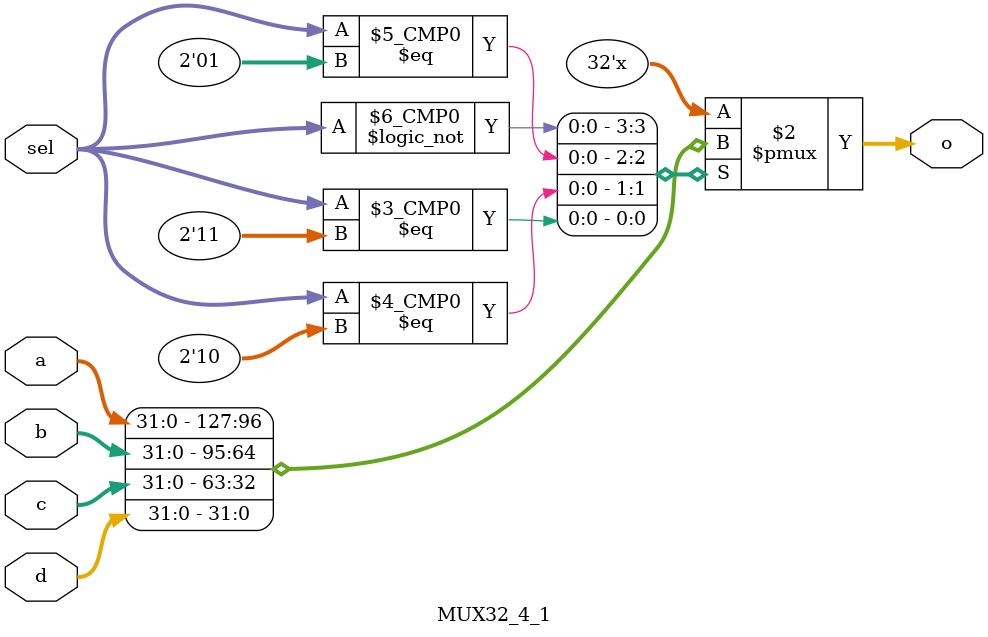
<source format=v>
module MUX32_4_1(a,b,c,d,sel,o);
    input [31:0]a,b,c,d;
    input[1:0] sel;
    output reg[31:0]o;
    always @(sel or a or b or c or d)
    begin
        case(sel)
            2'b00:
                o=a;
            2'b01:
                o=b;
            2'b10:
                o=c;
            2'b11:
                o=d;
            default:
                o=0;
        endcase
    end
endmodule

</source>
